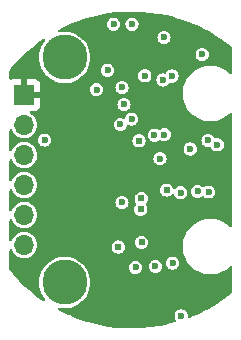
<source format=gbr>
%TF.GenerationSoftware,KiCad,Pcbnew,8.0.6-8.0.6-0~ubuntu24.04.1*%
%TF.CreationDate,2024-11-25T19:02:01-08:00*%
%TF.ProjectId,mag-encoder,6d61672d-656e-4636-9f64-65722e6b6963,4*%
%TF.SameCoordinates,Original*%
%TF.FileFunction,Copper,L3,Inr*%
%TF.FilePolarity,Positive*%
%FSLAX46Y46*%
G04 Gerber Fmt 4.6, Leading zero omitted, Abs format (unit mm)*
G04 Created by KiCad (PCBNEW 8.0.6-8.0.6-0~ubuntu24.04.1) date 2024-11-25 19:02:01*
%MOMM*%
%LPD*%
G01*
G04 APERTURE LIST*
%TA.AperFunction,ComponentPad*%
%ADD10C,3.810000*%
%TD*%
%TA.AperFunction,ComponentPad*%
%ADD11R,1.700000X1.700000*%
%TD*%
%TA.AperFunction,ComponentPad*%
%ADD12O,1.700000X1.700000*%
%TD*%
%TA.AperFunction,ViaPad*%
%ADD13C,0.600000*%
%TD*%
%TA.AperFunction,ViaPad*%
%ADD14C,0.609600*%
%TD*%
%TA.AperFunction,ViaPad*%
%ADD15C,0.500000*%
%TD*%
G04 APERTURE END LIST*
D10*
%TO.N,*%
%TO.C,H1*%
X224840800Y-114046000D03*
%TD*%
D11*
%TO.N,GND*%
%TO.C,J1*%
X221411800Y-117221000D03*
D12*
%TO.N,+3.3V*%
X221411800Y-119761000D03*
%TO.N,/CS*%
X221411800Y-122301000D03*
%TO.N,/MOSI*%
X221411800Y-124841000D03*
%TO.N,/MISO*%
X221411800Y-127381000D03*
%TO.N,/SCLK*%
X221411800Y-129921000D03*
%TD*%
D10*
%TO.N,*%
%TO.C,H2*%
X224840800Y-133096000D03*
%TD*%
D13*
%TO.N,+3.3V*%
X234696000Y-135939583D03*
X233248200Y-112344200D03*
D14*
X233464100Y-125260100D03*
X231317800Y-125984000D03*
D13*
X229857300Y-118021100D03*
X228463539Y-115122261D03*
%TO.N,GND*%
X229946200Y-115112800D03*
D14*
X226466400Y-117068600D03*
X232003600Y-122097800D03*
D13*
X228701600Y-135509000D03*
X234443344Y-118992046D03*
D15*
X232706800Y-118059200D03*
D13*
X232029000Y-135509000D03*
D15*
X231706800Y-118059200D03*
D13*
X238658400Y-127762000D03*
D14*
X233984800Y-121793000D03*
D13*
%TO.N,+5V*%
X230530400Y-111226600D03*
%TO.N,Net-(D4-A)*%
X232511600Y-131724400D03*
%TO.N,Net-(D1-K)*%
X228981000Y-111226600D03*
%TO.N,Net-(D3-A)*%
X230835200Y-131826000D03*
%TO.N,+5V_IN*%
X236474000Y-113792000D03*
X223139000Y-121031000D03*
%TO.N,Net-(C1-Pad1)*%
X229692200Y-116586000D03*
X233150883Y-115950999D03*
X233274839Y-120568637D03*
X230505000Y-119257800D03*
X236082570Y-125386858D03*
%TO.N,/A*%
X234645200Y-125501400D03*
%TO.N,/B*%
X237032800Y-125425200D03*
%TO.N,/PWM*%
X237744000Y-121437400D03*
%TO.N,Net-(D2-A)*%
X233984800Y-131449800D03*
%TO.N,Net-(D3-K)*%
X231622600Y-115595400D03*
D14*
%TO.N,Net-(U3-MGH)*%
X229368646Y-130086100D03*
D13*
X227545900Y-116776500D03*
D14*
X231343200Y-129692400D03*
%TO.N,/MISO*%
X231123451Y-121098347D03*
X231278250Y-126904864D03*
D13*
%TO.N,Net-(U3-A)*%
X229539800Y-119710200D03*
X229694099Y-126321418D03*
%TO.N,Net-(U3-PWM)*%
X232909286Y-122614514D03*
X236971960Y-121066440D03*
X233920500Y-115611177D03*
%TO.N,Net-(R3-Pad1)*%
X235458000Y-121793000D03*
X232435400Y-120624600D03*
%TD*%
%TA.AperFunction,Conductor*%
%TO.N,GND*%
G36*
X230652776Y-110157519D02*
G01*
X231362590Y-110181477D01*
X231369200Y-110181877D01*
X232076716Y-110243755D01*
X232083287Y-110244506D01*
X232786511Y-110344132D01*
X232793030Y-110345234D01*
X233489888Y-110482312D01*
X233496334Y-110483760D01*
X234184914Y-110657918D01*
X234191260Y-110659705D01*
X234869528Y-110870428D01*
X234875790Y-110872560D01*
X235541810Y-111119247D01*
X235547910Y-111121694D01*
X236199823Y-111403658D01*
X236205786Y-111406429D01*
X236817786Y-111710954D01*
X236841653Y-111722830D01*
X236847507Y-111725941D01*
X237445537Y-112064561D01*
X237465526Y-112075879D01*
X237471203Y-112079297D01*
X237659183Y-112199445D01*
X238069642Y-112461792D01*
X238075133Y-112465513D01*
X238652222Y-112879431D01*
X238657507Y-112883439D01*
X238987856Y-113148243D01*
X239027853Y-113205532D01*
X239034300Y-113244996D01*
X239034300Y-115345242D01*
X239014615Y-115412281D01*
X238961811Y-115458036D01*
X238892653Y-115467980D01*
X238829097Y-115438955D01*
X238822619Y-115432923D01*
X238721011Y-115331315D01*
X238721004Y-115331309D01*
X238478126Y-115144942D01*
X238478124Y-115144940D01*
X238478118Y-115144936D01*
X238478113Y-115144933D01*
X238478110Y-115144931D01*
X238212989Y-114991862D01*
X238212973Y-114991854D01*
X237930140Y-114874702D01*
X237810405Y-114842619D01*
X237634411Y-114795461D01*
X237634410Y-114795460D01*
X237634407Y-114795460D01*
X237330886Y-114755501D01*
X237330883Y-114755500D01*
X237330877Y-114755500D01*
X237024723Y-114755500D01*
X237024717Y-114755500D01*
X237024713Y-114755501D01*
X236721192Y-114795460D01*
X236425459Y-114874702D01*
X236142626Y-114991854D01*
X236142610Y-114991862D01*
X235877489Y-115144931D01*
X235877473Y-115144942D01*
X235634595Y-115331309D01*
X235634588Y-115331315D01*
X235418115Y-115547788D01*
X235418109Y-115547795D01*
X235231742Y-115790673D01*
X235231731Y-115790689D01*
X235078662Y-116055810D01*
X235078654Y-116055826D01*
X234961502Y-116338659D01*
X234882260Y-116634392D01*
X234842301Y-116937913D01*
X234842300Y-116937929D01*
X234842300Y-117244070D01*
X234842301Y-117244086D01*
X234873474Y-117480873D01*
X234882261Y-117547611D01*
X234934202Y-117741458D01*
X234961502Y-117843340D01*
X235078654Y-118126173D01*
X235078662Y-118126189D01*
X235231731Y-118391310D01*
X235231742Y-118391326D01*
X235418109Y-118634204D01*
X235418115Y-118634211D01*
X235634588Y-118850684D01*
X235634595Y-118850690D01*
X235667335Y-118875812D01*
X235877482Y-119037064D01*
X235877489Y-119037068D01*
X236142610Y-119190137D01*
X236142626Y-119190145D01*
X236425459Y-119307297D01*
X236425461Y-119307297D01*
X236425467Y-119307300D01*
X236721189Y-119386539D01*
X237024723Y-119426500D01*
X237024730Y-119426500D01*
X237330870Y-119426500D01*
X237330877Y-119426500D01*
X237634411Y-119386539D01*
X237930133Y-119307300D01*
X238049635Y-119257801D01*
X238212973Y-119190145D01*
X238212976Y-119190143D01*
X238212982Y-119190141D01*
X238478118Y-119037064D01*
X238721006Y-118850689D01*
X238771268Y-118800427D01*
X238822619Y-118749077D01*
X238883942Y-118715592D01*
X238953634Y-118720576D01*
X239009567Y-118762448D01*
X239033984Y-118827912D01*
X239034300Y-118836758D01*
X239034300Y-128305242D01*
X239014615Y-128372281D01*
X238961811Y-128418036D01*
X238892653Y-128427980D01*
X238829097Y-128398955D01*
X238822619Y-128392923D01*
X238721011Y-128291315D01*
X238721004Y-128291309D01*
X238478126Y-128104942D01*
X238478124Y-128104940D01*
X238478118Y-128104936D01*
X238478113Y-128104933D01*
X238478110Y-128104931D01*
X238212989Y-127951862D01*
X238212973Y-127951854D01*
X237930140Y-127834702D01*
X237785811Y-127796029D01*
X237634411Y-127755461D01*
X237634410Y-127755460D01*
X237634407Y-127755460D01*
X237330886Y-127715501D01*
X237330883Y-127715500D01*
X237330877Y-127715500D01*
X237024723Y-127715500D01*
X237024717Y-127715500D01*
X237024713Y-127715501D01*
X236721192Y-127755460D01*
X236425459Y-127834702D01*
X236142626Y-127951854D01*
X236142610Y-127951862D01*
X235877489Y-128104931D01*
X235877473Y-128104942D01*
X235634595Y-128291309D01*
X235634588Y-128291315D01*
X235418115Y-128507788D01*
X235418109Y-128507795D01*
X235231742Y-128750673D01*
X235231731Y-128750689D01*
X235078662Y-129015810D01*
X235078654Y-129015826D01*
X234961502Y-129298659D01*
X234882260Y-129594392D01*
X234842301Y-129897913D01*
X234842300Y-129897929D01*
X234842300Y-130204070D01*
X234842301Y-130204086D01*
X234882260Y-130507607D01*
X234961502Y-130803340D01*
X235078654Y-131086173D01*
X235078662Y-131086189D01*
X235231731Y-131351310D01*
X235231742Y-131351326D01*
X235418109Y-131594204D01*
X235418115Y-131594211D01*
X235634588Y-131810684D01*
X235634595Y-131810690D01*
X235679666Y-131845274D01*
X235877482Y-131997064D01*
X235877489Y-131997068D01*
X236142610Y-132150137D01*
X236142626Y-132150145D01*
X236425459Y-132267297D01*
X236425461Y-132267297D01*
X236425467Y-132267300D01*
X236721189Y-132346539D01*
X237024723Y-132386500D01*
X237024730Y-132386500D01*
X237330870Y-132386500D01*
X237330877Y-132386500D01*
X237634411Y-132346539D01*
X237930133Y-132267300D01*
X238040857Y-132221437D01*
X238212973Y-132150145D01*
X238212976Y-132150143D01*
X238212982Y-132150141D01*
X238478118Y-131997064D01*
X238721006Y-131810689D01*
X238743783Y-131787912D01*
X238822619Y-131709077D01*
X238883942Y-131675592D01*
X238953634Y-131680576D01*
X239009567Y-131722448D01*
X239033984Y-131787912D01*
X239034300Y-131796758D01*
X239034300Y-133896564D01*
X239014615Y-133963603D01*
X238987747Y-133993404D01*
X238657823Y-134257259D01*
X238652545Y-134261254D01*
X238075365Y-134674353D01*
X238069882Y-134678060D01*
X237471473Y-135059777D01*
X237465799Y-135063186D01*
X236847901Y-135412412D01*
X236842054Y-135415514D01*
X236206385Y-135731278D01*
X236200380Y-135734064D01*
X235548765Y-136015459D01*
X235542620Y-136017920D01*
X235422300Y-136062422D01*
X235352595Y-136067216D01*
X235291364Y-136033563D01*
X235258047Y-135972148D01*
X235255285Y-135946122D01*
X235255285Y-135939581D01*
X235236228Y-135794830D01*
X235236228Y-135794829D01*
X235180355Y-135659941D01*
X235091474Y-135544109D01*
X234975643Y-135455228D01*
X234975640Y-135455227D01*
X234975638Y-135455225D01*
X234840757Y-135399356D01*
X234840752Y-135399354D01*
X234696001Y-135380298D01*
X234695999Y-135380298D01*
X234551247Y-135399354D01*
X234551245Y-135399355D01*
X234416361Y-135455226D01*
X234300526Y-135544109D01*
X234211643Y-135659944D01*
X234155772Y-135794828D01*
X234155771Y-135794830D01*
X234136715Y-135939581D01*
X234136715Y-135939584D01*
X234155771Y-136084335D01*
X234155773Y-136084340D01*
X234211642Y-136219221D01*
X234211645Y-136219226D01*
X234259207Y-136281210D01*
X234284401Y-136346379D01*
X234270363Y-136414824D01*
X234221549Y-136464813D01*
X234197574Y-136475127D01*
X234192765Y-136476619D01*
X234186399Y-136478410D01*
X233498224Y-136652293D01*
X233491765Y-136653742D01*
X232795333Y-136790646D01*
X232788807Y-136791749D01*
X232086040Y-136891300D01*
X232079463Y-136892053D01*
X231372413Y-136953957D01*
X231365806Y-136954359D01*
X230656421Y-136978448D01*
X230649802Y-136978496D01*
X229940147Y-136964698D01*
X229933535Y-136964392D01*
X229225665Y-136912746D01*
X229219079Y-136912089D01*
X228514921Y-136822738D01*
X228508379Y-136821729D01*
X227810051Y-136694942D01*
X227803572Y-136693587D01*
X227112949Y-136529703D01*
X227106552Y-136528003D01*
X226425687Y-136327508D01*
X226419389Y-136325469D01*
X225750198Y-136088930D01*
X225744019Y-136086559D01*
X225265283Y-135888007D01*
X225088385Y-135814640D01*
X225082356Y-135811949D01*
X224442147Y-135505424D01*
X224436280Y-135502419D01*
X224338282Y-135448893D01*
X224288884Y-135399482D01*
X224274041Y-135331207D01*
X224298466Y-135265746D01*
X224354405Y-135223882D01*
X224414606Y-135217224D01*
X224640374Y-135248255D01*
X224693085Y-135255500D01*
X224693086Y-135255500D01*
X224988515Y-135255500D01*
X225020068Y-135251163D01*
X225281190Y-135215273D01*
X225565662Y-135135567D01*
X225836632Y-135017868D01*
X226089051Y-134864369D01*
X226318218Y-134677928D01*
X226519863Y-134462019D01*
X226690230Y-134220663D01*
X226826146Y-133958357D01*
X226925079Y-133679988D01*
X226985185Y-133390739D01*
X227005346Y-133096000D01*
X226985185Y-132801261D01*
X226925079Y-132512012D01*
X226826147Y-132233646D01*
X226826148Y-132233646D01*
X226690229Y-131971335D01*
X226690225Y-131971329D01*
X226587640Y-131825998D01*
X230275915Y-131825998D01*
X230275915Y-131826001D01*
X230294971Y-131970752D01*
X230294973Y-131970757D01*
X230350842Y-132105638D01*
X230350845Y-132105644D01*
X230439725Y-132221473D01*
X230439726Y-132221474D01*
X230555555Y-132310354D01*
X230555561Y-132310357D01*
X230623001Y-132338291D01*
X230690446Y-132366228D01*
X230762823Y-132375756D01*
X230835199Y-132385285D01*
X230835200Y-132385285D01*
X230835201Y-132385285D01*
X230883451Y-132378932D01*
X230979954Y-132366228D01*
X231114843Y-132310355D01*
X231230674Y-132221474D01*
X231319555Y-132105643D01*
X231375428Y-131970754D01*
X231394485Y-131826000D01*
X231392469Y-131810690D01*
X231381109Y-131724398D01*
X231952315Y-131724398D01*
X231952315Y-131724401D01*
X231971371Y-131869152D01*
X231971373Y-131869157D01*
X232027242Y-132004038D01*
X232027245Y-132004044D01*
X232116125Y-132119873D01*
X232116126Y-132119874D01*
X232231955Y-132208754D01*
X232231961Y-132208757D01*
X232262663Y-132221474D01*
X232366846Y-132264628D01*
X232439223Y-132274156D01*
X232511599Y-132283685D01*
X232511600Y-132283685D01*
X232511601Y-132283685D01*
X232559851Y-132277332D01*
X232656354Y-132264628D01*
X232791243Y-132208755D01*
X232907074Y-132119874D01*
X232995955Y-132004043D01*
X233051828Y-131869154D01*
X233070885Y-131724400D01*
X233064459Y-131675592D01*
X233053745Y-131594206D01*
X233051828Y-131579646D01*
X232998043Y-131449798D01*
X233425515Y-131449798D01*
X233425515Y-131449801D01*
X233444571Y-131594552D01*
X233444573Y-131594557D01*
X233500442Y-131729438D01*
X233500445Y-131729444D01*
X233589325Y-131845273D01*
X233589326Y-131845274D01*
X233705155Y-131934154D01*
X233705161Y-131934157D01*
X233772601Y-131962091D01*
X233840046Y-131990028D01*
X233893521Y-131997068D01*
X233984799Y-132009085D01*
X233984800Y-132009085D01*
X233984801Y-132009085D01*
X234033051Y-132002732D01*
X234129554Y-131990028D01*
X234264443Y-131934155D01*
X234380274Y-131845274D01*
X234469155Y-131729443D01*
X234525028Y-131594554D01*
X234544085Y-131449800D01*
X234541547Y-131430524D01*
X234528172Y-131328926D01*
X234525028Y-131305046D01*
X234469155Y-131170158D01*
X234380274Y-131054326D01*
X234264443Y-130965445D01*
X234264440Y-130965444D01*
X234264438Y-130965442D01*
X234129557Y-130909573D01*
X234129552Y-130909571D01*
X233984801Y-130890515D01*
X233984799Y-130890515D01*
X233840047Y-130909571D01*
X233840045Y-130909572D01*
X233705161Y-130965443D01*
X233705158Y-130965444D01*
X233705158Y-130965445D01*
X233675910Y-130987888D01*
X233589326Y-131054326D01*
X233500443Y-131170161D01*
X233444572Y-131305045D01*
X233444571Y-131305047D01*
X233425515Y-131449798D01*
X232998043Y-131449798D01*
X232995955Y-131444758D01*
X232907074Y-131328926D01*
X232791243Y-131240045D01*
X232791240Y-131240044D01*
X232791238Y-131240042D01*
X232656357Y-131184173D01*
X232656352Y-131184171D01*
X232511601Y-131165115D01*
X232511599Y-131165115D01*
X232366847Y-131184171D01*
X232366845Y-131184172D01*
X232231961Y-131240043D01*
X232231958Y-131240044D01*
X232231958Y-131240045D01*
X232172364Y-131285773D01*
X232116126Y-131328926D01*
X232027243Y-131444761D01*
X231971372Y-131579645D01*
X231971371Y-131579647D01*
X231952315Y-131724398D01*
X231381109Y-131724398D01*
X231375428Y-131681247D01*
X231375428Y-131681246D01*
X231319555Y-131546358D01*
X231230674Y-131430526D01*
X231114843Y-131341645D01*
X231114840Y-131341644D01*
X231114838Y-131341642D01*
X230979957Y-131285773D01*
X230979952Y-131285771D01*
X230835201Y-131266715D01*
X230835199Y-131266715D01*
X230690447Y-131285771D01*
X230690445Y-131285772D01*
X230555561Y-131341643D01*
X230555558Y-131341644D01*
X230555558Y-131341645D01*
X230439729Y-131430524D01*
X230439726Y-131430526D01*
X230350843Y-131546361D01*
X230294972Y-131681245D01*
X230294971Y-131681247D01*
X230275915Y-131825998D01*
X226587640Y-131825998D01*
X226519865Y-131729983D01*
X226318214Y-131514068D01*
X226089057Y-131327635D01*
X226089046Y-131327628D01*
X225836630Y-131174130D01*
X225565665Y-131056434D01*
X225565663Y-131056433D01*
X225565662Y-131056433D01*
X225455262Y-131025500D01*
X225281195Y-130976728D01*
X225281191Y-130976727D01*
X225281190Y-130976727D01*
X225134852Y-130956613D01*
X224988515Y-130936500D01*
X224988514Y-130936500D01*
X224693086Y-130936500D01*
X224693085Y-130936500D01*
X224400410Y-130976727D01*
X224400404Y-130976728D01*
X224115934Y-131056434D01*
X223844969Y-131174130D01*
X223592553Y-131327628D01*
X223592542Y-131327635D01*
X223363385Y-131514068D01*
X223161734Y-131729983D01*
X222991374Y-131971329D01*
X222991370Y-131971335D01*
X222855452Y-132233646D01*
X222756522Y-132512006D01*
X222756521Y-132512009D01*
X222696414Y-132801266D01*
X222676254Y-133096000D01*
X222696414Y-133390733D01*
X222756521Y-133679990D01*
X222756522Y-133679993D01*
X222855452Y-133958353D01*
X222855451Y-133958353D01*
X222991370Y-134220664D01*
X222991374Y-134220670D01*
X223164179Y-134465480D01*
X223162678Y-134466539D01*
X223186796Y-134524024D01*
X223174703Y-134592840D01*
X223127326Y-134644193D01*
X223059706Y-134661780D01*
X222993312Y-134640017D01*
X222993189Y-134639932D01*
X222615105Y-134377537D01*
X222609799Y-134373641D01*
X222527583Y-134309822D01*
X222412723Y-134220663D01*
X222049095Y-133938400D01*
X222043977Y-133934203D01*
X221507332Y-133469693D01*
X221502445Y-133465229D01*
X220991325Y-132972721D01*
X220986693Y-132968013D01*
X220502583Y-132448933D01*
X220498204Y-132443978D01*
X220469421Y-132409609D01*
X220179334Y-132063218D01*
X220151383Y-131999183D01*
X220150400Y-131983628D01*
X220150398Y-131970752D01*
X220150094Y-130392303D01*
X220169766Y-130325263D01*
X220222561Y-130279498D01*
X220291717Y-130269541D01*
X220355279Y-130298553D01*
X220385094Y-130337010D01*
X220468712Y-130504935D01*
X220592069Y-130668287D01*
X220743337Y-130806185D01*
X220743339Y-130806187D01*
X220917369Y-130913942D01*
X220917375Y-130913945D01*
X220957810Y-130929609D01*
X221108244Y-130987888D01*
X221309453Y-131025500D01*
X221309456Y-131025500D01*
X221514144Y-131025500D01*
X221514147Y-131025500D01*
X221715356Y-130987888D01*
X221906227Y-130913944D01*
X222080262Y-130806186D01*
X222231532Y-130668285D01*
X222354888Y-130504935D01*
X222446128Y-130321701D01*
X222502145Y-130124821D01*
X222505733Y-130086098D01*
X228804520Y-130086098D01*
X228804520Y-130086101D01*
X228823741Y-130232105D01*
X228823742Y-130232107D01*
X228860853Y-130321701D01*
X228880099Y-130368163D01*
X228969749Y-130484997D01*
X229086583Y-130574647D01*
X229222639Y-130631004D01*
X229295642Y-130640615D01*
X229368645Y-130650226D01*
X229368646Y-130650226D01*
X229368647Y-130650226D01*
X229417315Y-130643818D01*
X229514653Y-130631004D01*
X229650709Y-130574647D01*
X229767543Y-130484997D01*
X229857193Y-130368163D01*
X229913550Y-130232107D01*
X229932772Y-130086100D01*
X229913550Y-129940093D01*
X229857193Y-129804037D01*
X229771529Y-129692398D01*
X230779074Y-129692398D01*
X230779074Y-129692401D01*
X230798295Y-129838405D01*
X230798296Y-129838407D01*
X230840416Y-129940094D01*
X230854653Y-129974463D01*
X230944303Y-130091297D01*
X231061137Y-130180947D01*
X231197193Y-130237304D01*
X231270196Y-130246915D01*
X231343199Y-130256526D01*
X231343200Y-130256526D01*
X231343201Y-130256526D01*
X231391869Y-130250118D01*
X231489207Y-130237304D01*
X231625263Y-130180947D01*
X231742097Y-130091297D01*
X231831747Y-129974463D01*
X231888104Y-129838407D01*
X231907326Y-129692400D01*
X231888104Y-129546393D01*
X231831747Y-129410337D01*
X231742097Y-129293503D01*
X231625263Y-129203853D01*
X231625259Y-129203851D01*
X231489207Y-129147496D01*
X231489205Y-129147495D01*
X231343201Y-129128274D01*
X231343199Y-129128274D01*
X231197194Y-129147495D01*
X231197192Y-129147496D01*
X231061140Y-129203851D01*
X231061137Y-129203852D01*
X231061137Y-129203853D01*
X230944303Y-129293503D01*
X230910878Y-129337064D01*
X230854651Y-129410340D01*
X230798296Y-129546392D01*
X230798295Y-129546394D01*
X230779074Y-129692398D01*
X229771529Y-129692398D01*
X229767543Y-129687203D01*
X229650709Y-129597553D01*
X229650705Y-129597551D01*
X229514653Y-129541196D01*
X229514651Y-129541195D01*
X229368647Y-129521974D01*
X229368645Y-129521974D01*
X229222640Y-129541195D01*
X229222638Y-129541196D01*
X229086586Y-129597551D01*
X228969749Y-129687203D01*
X228880097Y-129804040D01*
X228823742Y-129940092D01*
X228823741Y-129940094D01*
X228804520Y-130086098D01*
X222505733Y-130086098D01*
X222521032Y-129921000D01*
X222502145Y-129717179D01*
X222446128Y-129520299D01*
X222354888Y-129337065D01*
X222231532Y-129173715D01*
X222231530Y-129173712D01*
X222080262Y-129035814D01*
X222080260Y-129035812D01*
X221906230Y-128928057D01*
X221906224Y-128928054D01*
X221755793Y-128869777D01*
X221715356Y-128854112D01*
X221514147Y-128816500D01*
X221309453Y-128816500D01*
X221108244Y-128854112D01*
X221108241Y-128854112D01*
X221108241Y-128854113D01*
X220917375Y-128928054D01*
X220917369Y-128928057D01*
X220743339Y-129035812D01*
X220743337Y-129035814D01*
X220592069Y-129173712D01*
X220468712Y-129337064D01*
X220384913Y-129505353D01*
X220337410Y-129556590D01*
X220269746Y-129574011D01*
X220203406Y-129552085D01*
X220159451Y-129497773D01*
X220149913Y-129450108D01*
X220149606Y-127851323D01*
X220169278Y-127784282D01*
X220222073Y-127738517D01*
X220291229Y-127728560D01*
X220354791Y-127757572D01*
X220384606Y-127796029D01*
X220468712Y-127964935D01*
X220592069Y-128128287D01*
X220743337Y-128266185D01*
X220743339Y-128266187D01*
X220917369Y-128373942D01*
X220917375Y-128373945D01*
X220957810Y-128389609D01*
X221108244Y-128447888D01*
X221309453Y-128485500D01*
X221309456Y-128485500D01*
X221514144Y-128485500D01*
X221514147Y-128485500D01*
X221715356Y-128447888D01*
X221906227Y-128373944D01*
X222080262Y-128266186D01*
X222231532Y-128128285D01*
X222354888Y-127964935D01*
X222446128Y-127781701D01*
X222502145Y-127584821D01*
X222521032Y-127381000D01*
X222502145Y-127177179D01*
X222446128Y-126980299D01*
X222408565Y-126904862D01*
X230714124Y-126904862D01*
X230714124Y-126904865D01*
X230733345Y-127050869D01*
X230733346Y-127050871D01*
X230789703Y-127186927D01*
X230879353Y-127303761D01*
X230996187Y-127393411D01*
X231132243Y-127449768D01*
X231205246Y-127459379D01*
X231278249Y-127468990D01*
X231278250Y-127468990D01*
X231278251Y-127468990D01*
X231326919Y-127462582D01*
X231424257Y-127449768D01*
X231560313Y-127393411D01*
X231677147Y-127303761D01*
X231766797Y-127186927D01*
X231823154Y-127050871D01*
X231842376Y-126904864D01*
X231823154Y-126758857D01*
X231766797Y-126622801D01*
X231707082Y-126544980D01*
X231681890Y-126479814D01*
X231695928Y-126411369D01*
X231712044Y-126389570D01*
X231711749Y-126389344D01*
X231716694Y-126382899D01*
X231716697Y-126382897D01*
X231806347Y-126266063D01*
X231862704Y-126130007D01*
X231881926Y-125984000D01*
X231876857Y-125945500D01*
X231862704Y-125837994D01*
X231862704Y-125837993D01*
X231806347Y-125701937D01*
X231716697Y-125585103D01*
X231599863Y-125495453D01*
X231599859Y-125495451D01*
X231463807Y-125439096D01*
X231463805Y-125439095D01*
X231317801Y-125419874D01*
X231317799Y-125419874D01*
X231171794Y-125439095D01*
X231171792Y-125439096D01*
X231035740Y-125495451D01*
X231035737Y-125495452D01*
X231035737Y-125495453D01*
X230918903Y-125585103D01*
X230872059Y-125646152D01*
X230829251Y-125701940D01*
X230772896Y-125837992D01*
X230772895Y-125837994D01*
X230753674Y-125983998D01*
X230753674Y-125984001D01*
X230772895Y-126130005D01*
X230772896Y-126130007D01*
X230829253Y-126266063D01*
X230888965Y-126343882D01*
X230914159Y-126409050D01*
X230900121Y-126477494D01*
X230884006Y-126499294D01*
X230884301Y-126499520D01*
X230879355Y-126505965D01*
X230879353Y-126505967D01*
X230806389Y-126601056D01*
X230789701Y-126622804D01*
X230733346Y-126758856D01*
X230733345Y-126758858D01*
X230714124Y-126904862D01*
X222408565Y-126904862D01*
X222354888Y-126797065D01*
X222231532Y-126633715D01*
X222231530Y-126633712D01*
X222080262Y-126495814D01*
X222080260Y-126495812D01*
X221906230Y-126388057D01*
X221906224Y-126388054D01*
X221734215Y-126321418D01*
X221734210Y-126321416D01*
X229134814Y-126321416D01*
X229134814Y-126321419D01*
X229153870Y-126466170D01*
X229153872Y-126466175D01*
X229209741Y-126601056D01*
X229209744Y-126601062D01*
X229298624Y-126716891D01*
X229298625Y-126716892D01*
X229414454Y-126805772D01*
X229414460Y-126805775D01*
X229481900Y-126833709D01*
X229549345Y-126861646D01*
X229621722Y-126871174D01*
X229694098Y-126880703D01*
X229694099Y-126880703D01*
X229694100Y-126880703D01*
X229742350Y-126874350D01*
X229838853Y-126861646D01*
X229973742Y-126805773D01*
X230089573Y-126716892D01*
X230178454Y-126601061D01*
X230234327Y-126466172D01*
X230253384Y-126321418D01*
X230252422Y-126314113D01*
X230234327Y-126176665D01*
X230234327Y-126176664D01*
X230178454Y-126041776D01*
X230089573Y-125925944D01*
X229973742Y-125837063D01*
X229973739Y-125837062D01*
X229973737Y-125837060D01*
X229838856Y-125781191D01*
X229838851Y-125781189D01*
X229694100Y-125762133D01*
X229694098Y-125762133D01*
X229549346Y-125781189D01*
X229549344Y-125781190D01*
X229414460Y-125837061D01*
X229414457Y-125837062D01*
X229414457Y-125837063D01*
X229298625Y-125925944D01*
X229252731Y-125985755D01*
X229209742Y-126041779D01*
X229153871Y-126176663D01*
X229153870Y-126176665D01*
X229134814Y-126321416D01*
X221734210Y-126321416D01*
X221715356Y-126314112D01*
X221514147Y-126276500D01*
X221309453Y-126276500D01*
X221108244Y-126314112D01*
X221108241Y-126314112D01*
X221108241Y-126314113D01*
X220917375Y-126388054D01*
X220917369Y-126388057D01*
X220743339Y-126495812D01*
X220743337Y-126495814D01*
X220592069Y-126633712D01*
X220468712Y-126797064D01*
X220384425Y-126966333D01*
X220336922Y-127017570D01*
X220269258Y-127034991D01*
X220202918Y-127013065D01*
X220158963Y-126958753D01*
X220149425Y-126911089D01*
X220149118Y-125310343D01*
X220168790Y-125243301D01*
X220221585Y-125197536D01*
X220290742Y-125187579D01*
X220354303Y-125216591D01*
X220384118Y-125255048D01*
X220468712Y-125424935D01*
X220592069Y-125588287D01*
X220743337Y-125726185D01*
X220743339Y-125726187D01*
X220917369Y-125833942D01*
X220917375Y-125833945D01*
X220927827Y-125837994D01*
X221108244Y-125907888D01*
X221309453Y-125945500D01*
X221309456Y-125945500D01*
X221514144Y-125945500D01*
X221514147Y-125945500D01*
X221715356Y-125907888D01*
X221906227Y-125833944D01*
X222080262Y-125726186D01*
X222231532Y-125588285D01*
X222354888Y-125424935D01*
X222436967Y-125260098D01*
X232899974Y-125260098D01*
X232899974Y-125260101D01*
X232919195Y-125406105D01*
X232919196Y-125406107D01*
X232971183Y-125531615D01*
X232975553Y-125542163D01*
X233065203Y-125658997D01*
X233182037Y-125748647D01*
X233318093Y-125805004D01*
X233391096Y-125814615D01*
X233464099Y-125824226D01*
X233464100Y-125824226D01*
X233464101Y-125824226D01*
X233512769Y-125817818D01*
X233610107Y-125805004D01*
X233746163Y-125748647D01*
X233862997Y-125658997D01*
X233892851Y-125620089D01*
X233949279Y-125578887D01*
X234019025Y-125574732D01*
X234079945Y-125608944D01*
X234105788Y-125648124D01*
X234160842Y-125781038D01*
X234160845Y-125781044D01*
X234249725Y-125896873D01*
X234249726Y-125896874D01*
X234365555Y-125985754D01*
X234365561Y-125985757D01*
X234433001Y-126013691D01*
X234500446Y-126041628D01*
X234572823Y-126051156D01*
X234645199Y-126060685D01*
X234645200Y-126060685D01*
X234645201Y-126060685D01*
X234693451Y-126054332D01*
X234789954Y-126041628D01*
X234924843Y-125985755D01*
X235040674Y-125896874D01*
X235129555Y-125781043D01*
X235185428Y-125646154D01*
X235204485Y-125501400D01*
X235196282Y-125439095D01*
X235189405Y-125386856D01*
X235523285Y-125386856D01*
X235523285Y-125386859D01*
X235542341Y-125531610D01*
X235542343Y-125531615D01*
X235598212Y-125666496D01*
X235598215Y-125666502D01*
X235687095Y-125782331D01*
X235687096Y-125782332D01*
X235802925Y-125871212D01*
X235802931Y-125871215D01*
X235864878Y-125896874D01*
X235937816Y-125927086D01*
X236010193Y-125936614D01*
X236082569Y-125946143D01*
X236082570Y-125946143D01*
X236082571Y-125946143D01*
X236130821Y-125939790D01*
X236227324Y-125927086D01*
X236362213Y-125871213D01*
X236461403Y-125795100D01*
X236526572Y-125769906D01*
X236595017Y-125783944D01*
X236635262Y-125817984D01*
X236637326Y-125820674D01*
X236753155Y-125909554D01*
X236753161Y-125909557D01*
X236795480Y-125927086D01*
X236888046Y-125965428D01*
X236960423Y-125974956D01*
X237032799Y-125984485D01*
X237032800Y-125984485D01*
X237032801Y-125984485D01*
X237081051Y-125978132D01*
X237177554Y-125965428D01*
X237312443Y-125909555D01*
X237428274Y-125820674D01*
X237517155Y-125704843D01*
X237573028Y-125569954D01*
X237592085Y-125425200D01*
X237589571Y-125406107D01*
X237573028Y-125280447D01*
X237573028Y-125280446D01*
X237517155Y-125145558D01*
X237428274Y-125029726D01*
X237312443Y-124940845D01*
X237312440Y-124940844D01*
X237312438Y-124940842D01*
X237177557Y-124884973D01*
X237177552Y-124884971D01*
X237032801Y-124865915D01*
X237032799Y-124865915D01*
X236888047Y-124884971D01*
X236888045Y-124884972D01*
X236753160Y-124940843D01*
X236753157Y-124940845D01*
X236653965Y-125016958D01*
X236588796Y-125042152D01*
X236520351Y-125028114D01*
X236480104Y-124994068D01*
X236478044Y-124991384D01*
X236362213Y-124902503D01*
X236362210Y-124902502D01*
X236362208Y-124902500D01*
X236227327Y-124846631D01*
X236227322Y-124846629D01*
X236082571Y-124827573D01*
X236082569Y-124827573D01*
X235937817Y-124846629D01*
X235937815Y-124846630D01*
X235802931Y-124902501D01*
X235802928Y-124902502D01*
X235802928Y-124902503D01*
X235687096Y-124991384D01*
X235599204Y-125105928D01*
X235598213Y-125107219D01*
X235542342Y-125242103D01*
X235542341Y-125242105D01*
X235523285Y-125386856D01*
X235189405Y-125386856D01*
X235185428Y-125356647D01*
X235185428Y-125356646D01*
X235129555Y-125221758D01*
X235040674Y-125105926D01*
X234924843Y-125017045D01*
X234924840Y-125017044D01*
X234924838Y-125017042D01*
X234789957Y-124961173D01*
X234789952Y-124961171D01*
X234645201Y-124942115D01*
X234645199Y-124942115D01*
X234500447Y-124961171D01*
X234500445Y-124961172D01*
X234365561Y-125017043D01*
X234365558Y-125017044D01*
X234365558Y-125017045D01*
X234349032Y-125029726D01*
X234249723Y-125105928D01*
X234221942Y-125142134D01*
X234165514Y-125183337D01*
X234095768Y-125187491D01*
X234034848Y-125153278D01*
X234009006Y-125114099D01*
X234009003Y-125114092D01*
X233952649Y-124978041D01*
X233952649Y-124978040D01*
X233952647Y-124978037D01*
X233862997Y-124861203D01*
X233746163Y-124771553D01*
X233746159Y-124771551D01*
X233610107Y-124715196D01*
X233610105Y-124715195D01*
X233464101Y-124695974D01*
X233464099Y-124695974D01*
X233318094Y-124715195D01*
X233318092Y-124715196D01*
X233182040Y-124771551D01*
X233182037Y-124771552D01*
X233182037Y-124771553D01*
X233065203Y-124861203D01*
X233004092Y-124940845D01*
X232975551Y-124978040D01*
X232919196Y-125114092D01*
X232919195Y-125114094D01*
X232899974Y-125260098D01*
X222436967Y-125260098D01*
X222446128Y-125241701D01*
X222502145Y-125044821D01*
X222521032Y-124841000D01*
X222502145Y-124637179D01*
X222446128Y-124440299D01*
X222354888Y-124257065D01*
X222231532Y-124093715D01*
X222231530Y-124093712D01*
X222080262Y-123955814D01*
X222080260Y-123955812D01*
X221906230Y-123848057D01*
X221906224Y-123848054D01*
X221755793Y-123789777D01*
X221715356Y-123774112D01*
X221514147Y-123736500D01*
X221309453Y-123736500D01*
X221108244Y-123774112D01*
X221108241Y-123774112D01*
X221108241Y-123774113D01*
X220917375Y-123848054D01*
X220917369Y-123848057D01*
X220743339Y-123955812D01*
X220743337Y-123955814D01*
X220592069Y-124093712D01*
X220468712Y-124257064D01*
X220383937Y-124427313D01*
X220336433Y-124478550D01*
X220268770Y-124495971D01*
X220202430Y-124474045D01*
X220158475Y-124419733D01*
X220148938Y-124372070D01*
X220148630Y-122769360D01*
X220168301Y-122702321D01*
X220221096Y-122656556D01*
X220290252Y-122646599D01*
X220353814Y-122675611D01*
X220383629Y-122714068D01*
X220468712Y-122884935D01*
X220592069Y-123048287D01*
X220743337Y-123186185D01*
X220743339Y-123186187D01*
X220917369Y-123293942D01*
X220917375Y-123293945D01*
X220957810Y-123309609D01*
X221108244Y-123367888D01*
X221309453Y-123405500D01*
X221309456Y-123405500D01*
X221514144Y-123405500D01*
X221514147Y-123405500D01*
X221715356Y-123367888D01*
X221906227Y-123293944D01*
X222080262Y-123186186D01*
X222231532Y-123048285D01*
X222354888Y-122884935D01*
X222446128Y-122701701D01*
X222470935Y-122614512D01*
X232350001Y-122614512D01*
X232350001Y-122614515D01*
X232369057Y-122759266D01*
X232369059Y-122759271D01*
X232424928Y-122894152D01*
X232424931Y-122894158D01*
X232513811Y-123009987D01*
X232513812Y-123009988D01*
X232629641Y-123098868D01*
X232629647Y-123098871D01*
X232697087Y-123126805D01*
X232764532Y-123154742D01*
X232836909Y-123164270D01*
X232909285Y-123173799D01*
X232909286Y-123173799D01*
X232909287Y-123173799D01*
X232957537Y-123167446D01*
X233054040Y-123154742D01*
X233188929Y-123098869D01*
X233304760Y-123009988D01*
X233393641Y-122894157D01*
X233449514Y-122759268D01*
X233468571Y-122614514D01*
X233449514Y-122469760D01*
X233393641Y-122334872D01*
X233304760Y-122219040D01*
X233188929Y-122130159D01*
X233188926Y-122130158D01*
X233188924Y-122130156D01*
X233054043Y-122074287D01*
X233054038Y-122074285D01*
X232909287Y-122055229D01*
X232909285Y-122055229D01*
X232764533Y-122074285D01*
X232764531Y-122074286D01*
X232629647Y-122130157D01*
X232629644Y-122130158D01*
X232629644Y-122130159D01*
X232513812Y-122219040D01*
X232426193Y-122333228D01*
X232424929Y-122334875D01*
X232369058Y-122469759D01*
X232369057Y-122469761D01*
X232350001Y-122614512D01*
X222470935Y-122614512D01*
X222502145Y-122504821D01*
X222521032Y-122301000D01*
X222502145Y-122097179D01*
X222446128Y-121900299D01*
X222392698Y-121792998D01*
X234898715Y-121792998D01*
X234898715Y-121793001D01*
X234917771Y-121937752D01*
X234917773Y-121937757D01*
X234973642Y-122072638D01*
X234973645Y-122072644D01*
X235062525Y-122188473D01*
X235062526Y-122188474D01*
X235178355Y-122277354D01*
X235178361Y-122277357D01*
X235235441Y-122301000D01*
X235313246Y-122333228D01*
X235385623Y-122342756D01*
X235457999Y-122352285D01*
X235458000Y-122352285D01*
X235458001Y-122352285D01*
X235506251Y-122345932D01*
X235602754Y-122333228D01*
X235737643Y-122277355D01*
X235853474Y-122188474D01*
X235942355Y-122072643D01*
X235998228Y-121937754D01*
X236017285Y-121793000D01*
X235998228Y-121648246D01*
X235942355Y-121513358D01*
X235853474Y-121397526D01*
X235737643Y-121308645D01*
X235737640Y-121308644D01*
X235737638Y-121308642D01*
X235602757Y-121252773D01*
X235602752Y-121252771D01*
X235458001Y-121233715D01*
X235457999Y-121233715D01*
X235313247Y-121252771D01*
X235313245Y-121252772D01*
X235178361Y-121308643D01*
X235178358Y-121308644D01*
X235178358Y-121308645D01*
X235062526Y-121397526D01*
X234986011Y-121497243D01*
X234973643Y-121513361D01*
X234917772Y-121648245D01*
X234917771Y-121648247D01*
X234898715Y-121792998D01*
X222392698Y-121792998D01*
X222354888Y-121717065D01*
X222285911Y-121625725D01*
X222231530Y-121553712D01*
X222080262Y-121415814D01*
X222080260Y-121415812D01*
X221906230Y-121308057D01*
X221906224Y-121308054D01*
X221755793Y-121249777D01*
X221715356Y-121234112D01*
X221514147Y-121196500D01*
X221309453Y-121196500D01*
X221108244Y-121234112D01*
X221108241Y-121234112D01*
X221108241Y-121234113D01*
X220917375Y-121308054D01*
X220917369Y-121308057D01*
X220743339Y-121415812D01*
X220743337Y-121415814D01*
X220592069Y-121553712D01*
X220468713Y-121717062D01*
X220383449Y-121888293D01*
X220335945Y-121939529D01*
X220268282Y-121956950D01*
X220201942Y-121935024D01*
X220157987Y-121880712D01*
X220148450Y-121833050D01*
X220148296Y-121030998D01*
X222579715Y-121030998D01*
X222579715Y-121031001D01*
X222598771Y-121175752D01*
X222598773Y-121175757D01*
X222654642Y-121310638D01*
X222654645Y-121310644D01*
X222743525Y-121426473D01*
X222743526Y-121426474D01*
X222859355Y-121515354D01*
X222859361Y-121515357D01*
X222926801Y-121543291D01*
X222994246Y-121571228D01*
X223066623Y-121580756D01*
X223138999Y-121590285D01*
X223139000Y-121590285D01*
X223139001Y-121590285D01*
X223200777Y-121582152D01*
X223283754Y-121571228D01*
X223418643Y-121515355D01*
X223534474Y-121426474D01*
X223623355Y-121310643D01*
X223679228Y-121175754D01*
X223689419Y-121098345D01*
X230559325Y-121098345D01*
X230559325Y-121098348D01*
X230578546Y-121244352D01*
X230578547Y-121244354D01*
X230620685Y-121346084D01*
X230634904Y-121380410D01*
X230724554Y-121497244D01*
X230841388Y-121586894D01*
X230977444Y-121643251D01*
X231015393Y-121648247D01*
X231123450Y-121662473D01*
X231123451Y-121662473D01*
X231123452Y-121662473D01*
X231172120Y-121656065D01*
X231269458Y-121643251D01*
X231405514Y-121586894D01*
X231522348Y-121497244D01*
X231611998Y-121380410D01*
X231668355Y-121244354D01*
X231686180Y-121108957D01*
X231687577Y-121098348D01*
X231687577Y-121098345D01*
X231669905Y-120964111D01*
X231668355Y-120952340D01*
X231611998Y-120816284D01*
X231522348Y-120699450D01*
X231424799Y-120624598D01*
X231876115Y-120624598D01*
X231876115Y-120624601D01*
X231895171Y-120769352D01*
X231895173Y-120769357D01*
X231951042Y-120904238D01*
X231951045Y-120904244D01*
X232039925Y-121020073D01*
X232039926Y-121020074D01*
X232155755Y-121108954D01*
X232155761Y-121108957D01*
X232201547Y-121127922D01*
X232290646Y-121164828D01*
X232363023Y-121174356D01*
X232435399Y-121183885D01*
X232435400Y-121183885D01*
X232435401Y-121183885D01*
X232497177Y-121175752D01*
X232580154Y-121164828D01*
X232715043Y-121108955D01*
X232816098Y-121031411D01*
X232881267Y-121006217D01*
X232949712Y-121020255D01*
X232967071Y-121031411D01*
X232980772Y-121041924D01*
X232995196Y-121052992D01*
X232995198Y-121052992D01*
X232995200Y-121052994D01*
X233062640Y-121080928D01*
X233130085Y-121108865D01*
X233202462Y-121118393D01*
X233274838Y-121127922D01*
X233274839Y-121127922D01*
X233274840Y-121127922D01*
X233323090Y-121121569D01*
X233419593Y-121108865D01*
X233522021Y-121066438D01*
X236412675Y-121066438D01*
X236412675Y-121066441D01*
X236431731Y-121211192D01*
X236431733Y-121211197D01*
X236487602Y-121346078D01*
X236487605Y-121346084D01*
X236576485Y-121461913D01*
X236576486Y-121461914D01*
X236692315Y-121550794D01*
X236692321Y-121550797D01*
X236741646Y-121571228D01*
X236827206Y-121606668D01*
X236899583Y-121616196D01*
X236971959Y-121625725D01*
X236971960Y-121625725D01*
X237114567Y-121606950D01*
X237183598Y-121617715D01*
X237235854Y-121664095D01*
X237245310Y-121682436D01*
X237259643Y-121717040D01*
X237259645Y-121717044D01*
X237348525Y-121832873D01*
X237348526Y-121832874D01*
X237464355Y-121921754D01*
X237464361Y-121921757D01*
X237496391Y-121935024D01*
X237599246Y-121977628D01*
X237671623Y-121987156D01*
X237743999Y-121996685D01*
X237744000Y-121996685D01*
X237744001Y-121996685D01*
X237792251Y-121990332D01*
X237888754Y-121977628D01*
X238023643Y-121921755D01*
X238139474Y-121832874D01*
X238228355Y-121717043D01*
X238284228Y-121582154D01*
X238303285Y-121437400D01*
X238301846Y-121426473D01*
X238284228Y-121292647D01*
X238284228Y-121292646D01*
X238228355Y-121157758D01*
X238139474Y-121041926D01*
X238023643Y-120953045D01*
X238023640Y-120953044D01*
X238023638Y-120953042D01*
X237888757Y-120897173D01*
X237888752Y-120897171D01*
X237744001Y-120878115D01*
X237743999Y-120878115D01*
X237601395Y-120896889D01*
X237532360Y-120886123D01*
X237480104Y-120839743D01*
X237470649Y-120821402D01*
X237456317Y-120786802D01*
X237456317Y-120786801D01*
X237442932Y-120769357D01*
X237367434Y-120670966D01*
X237251603Y-120582085D01*
X237251600Y-120582084D01*
X237251598Y-120582082D01*
X237116717Y-120526213D01*
X237116712Y-120526211D01*
X236971961Y-120507155D01*
X236971959Y-120507155D01*
X236827207Y-120526211D01*
X236827205Y-120526212D01*
X236692321Y-120582083D01*
X236692318Y-120582084D01*
X236692318Y-120582085D01*
X236576486Y-120670966D01*
X236500991Y-120769354D01*
X236487603Y-120786801D01*
X236431732Y-120921685D01*
X236431731Y-120921687D01*
X236412675Y-121066438D01*
X233522021Y-121066438D01*
X233554482Y-121052992D01*
X233670313Y-120964111D01*
X233759194Y-120848280D01*
X233815067Y-120713391D01*
X233834124Y-120568637D01*
X233831228Y-120546643D01*
X233815067Y-120423884D01*
X233815067Y-120423883D01*
X233759194Y-120288995D01*
X233670313Y-120173163D01*
X233554482Y-120084282D01*
X233554479Y-120084281D01*
X233554477Y-120084279D01*
X233419596Y-120028410D01*
X233419591Y-120028408D01*
X233274840Y-120009352D01*
X233274838Y-120009352D01*
X233130086Y-120028408D01*
X233130084Y-120028409D01*
X232995199Y-120084280D01*
X232995196Y-120084282D01*
X232894139Y-120161826D01*
X232828970Y-120187020D01*
X232760525Y-120172981D01*
X232743173Y-120161830D01*
X232715043Y-120140245D01*
X232715039Y-120140243D01*
X232715038Y-120140242D01*
X232580157Y-120084373D01*
X232580152Y-120084371D01*
X232435401Y-120065315D01*
X232435399Y-120065315D01*
X232290647Y-120084371D01*
X232290645Y-120084372D01*
X232155761Y-120140243D01*
X232155758Y-120140244D01*
X232155758Y-120140245D01*
X232039926Y-120229126D01*
X232008958Y-120269485D01*
X231951043Y-120344961D01*
X231895172Y-120479845D01*
X231895171Y-120479847D01*
X231876115Y-120624598D01*
X231424799Y-120624598D01*
X231405514Y-120609800D01*
X231405510Y-120609798D01*
X231269458Y-120553443D01*
X231269456Y-120553442D01*
X231123452Y-120534221D01*
X231123450Y-120534221D01*
X230977445Y-120553442D01*
X230977443Y-120553443D01*
X230841391Y-120609798D01*
X230841388Y-120609799D01*
X230841388Y-120609800D01*
X230724554Y-120699450D01*
X230657527Y-120786802D01*
X230634902Y-120816287D01*
X230578547Y-120952339D01*
X230578546Y-120952341D01*
X230559325Y-121098345D01*
X223689419Y-121098345D01*
X223693620Y-121066438D01*
X223698285Y-121031001D01*
X223698285Y-121030998D01*
X223681597Y-120904238D01*
X223679228Y-120886246D01*
X223623355Y-120751358D01*
X223534474Y-120635526D01*
X223418643Y-120546645D01*
X223418640Y-120546644D01*
X223418638Y-120546642D01*
X223283757Y-120490773D01*
X223283752Y-120490771D01*
X223139001Y-120471715D01*
X223138999Y-120471715D01*
X222994247Y-120490771D01*
X222994245Y-120490772D01*
X222859361Y-120546643D01*
X222859358Y-120546644D01*
X222859358Y-120546645D01*
X222743526Y-120635526D01*
X222694476Y-120699450D01*
X222654643Y-120751361D01*
X222598772Y-120886245D01*
X222598771Y-120886247D01*
X222579715Y-121030998D01*
X220148296Y-121030998D01*
X220148141Y-120228379D01*
X220167813Y-120161340D01*
X220220608Y-120115575D01*
X220289764Y-120105618D01*
X220353326Y-120134630D01*
X220383141Y-120173087D01*
X220468712Y-120344935D01*
X220592069Y-120508287D01*
X220743337Y-120646185D01*
X220743339Y-120646187D01*
X220917369Y-120753942D01*
X220917375Y-120753945D01*
X220957146Y-120769352D01*
X221108244Y-120827888D01*
X221309453Y-120865500D01*
X221309456Y-120865500D01*
X221514144Y-120865500D01*
X221514147Y-120865500D01*
X221715356Y-120827888D01*
X221906227Y-120753944D01*
X222080262Y-120646186D01*
X222231532Y-120508285D01*
X222354888Y-120344935D01*
X222446128Y-120161701D01*
X222502145Y-119964821D01*
X222521032Y-119761000D01*
X222516324Y-119710198D01*
X228980515Y-119710198D01*
X228980515Y-119710201D01*
X228999571Y-119854952D01*
X228999573Y-119854957D01*
X229055442Y-119989838D01*
X229055445Y-119989844D01*
X229144325Y-120105673D01*
X229144326Y-120105674D01*
X229260155Y-120194554D01*
X229260161Y-120194557D01*
X229327601Y-120222491D01*
X229395046Y-120250428D01*
X229467423Y-120259956D01*
X229539799Y-120269485D01*
X229539800Y-120269485D01*
X229539801Y-120269485D01*
X229588051Y-120263132D01*
X229684554Y-120250428D01*
X229819443Y-120194555D01*
X229935274Y-120105674D01*
X230024155Y-119989843D01*
X230080028Y-119854954D01*
X230080532Y-119851122D01*
X230081855Y-119848130D01*
X230082131Y-119847104D01*
X230082291Y-119847146D01*
X230108795Y-119787228D01*
X230167118Y-119748754D01*
X230236983Y-119747920D01*
X230250920Y-119752743D01*
X230360246Y-119798028D01*
X230432623Y-119807556D01*
X230504999Y-119817085D01*
X230505000Y-119817085D01*
X230505001Y-119817085D01*
X230553251Y-119810732D01*
X230649754Y-119798028D01*
X230784643Y-119742155D01*
X230900474Y-119653274D01*
X230989355Y-119537443D01*
X231045228Y-119402554D01*
X231064285Y-119257800D01*
X231052722Y-119169973D01*
X231045228Y-119113047D01*
X231045228Y-119113046D01*
X230989355Y-118978158D01*
X230900474Y-118862326D01*
X230784643Y-118773445D01*
X230784640Y-118773444D01*
X230784638Y-118773442D01*
X230649757Y-118717573D01*
X230649752Y-118717571D01*
X230505001Y-118698515D01*
X230504999Y-118698515D01*
X230360247Y-118717571D01*
X230360245Y-118717572D01*
X230225361Y-118773443D01*
X230225358Y-118773444D01*
X230225358Y-118773445D01*
X230154375Y-118827912D01*
X230109526Y-118862326D01*
X230020643Y-118978161D01*
X229964772Y-119113045D01*
X229964770Y-119113051D01*
X229964266Y-119116885D01*
X229962941Y-119119877D01*
X229962669Y-119120896D01*
X229962510Y-119120853D01*
X229935996Y-119180780D01*
X229877670Y-119219248D01*
X229807805Y-119220076D01*
X229793876Y-119215254D01*
X229684557Y-119169973D01*
X229684552Y-119169971D01*
X229539801Y-119150915D01*
X229539799Y-119150915D01*
X229395047Y-119169971D01*
X229395045Y-119169972D01*
X229260161Y-119225843D01*
X229260158Y-119225844D01*
X229260158Y-119225845D01*
X229144326Y-119314726D01*
X229058561Y-119426498D01*
X229055443Y-119430561D01*
X228999572Y-119565445D01*
X228999571Y-119565447D01*
X228980515Y-119710198D01*
X222516324Y-119710198D01*
X222502145Y-119557179D01*
X222446128Y-119360299D01*
X222354888Y-119177065D01*
X222295704Y-119098693D01*
X222231530Y-119013712D01*
X222080262Y-118875814D01*
X222080260Y-118875812D01*
X221958508Y-118800427D01*
X221911872Y-118748399D01*
X221900768Y-118679418D01*
X221928721Y-118615383D01*
X221986856Y-118576627D01*
X222023785Y-118571000D01*
X222309628Y-118571000D01*
X222309644Y-118570999D01*
X222369172Y-118564598D01*
X222369179Y-118564596D01*
X222503886Y-118514354D01*
X222503893Y-118514350D01*
X222618987Y-118428190D01*
X222618990Y-118428187D01*
X222705150Y-118313093D01*
X222705154Y-118313086D01*
X222755396Y-118178379D01*
X222755398Y-118178372D01*
X222761799Y-118118844D01*
X222761800Y-118118827D01*
X222761800Y-118021098D01*
X229298015Y-118021098D01*
X229298015Y-118021101D01*
X229317071Y-118165852D01*
X229317073Y-118165857D01*
X229372942Y-118300738D01*
X229372945Y-118300744D01*
X229461825Y-118416573D01*
X229461826Y-118416574D01*
X229577655Y-118505454D01*
X229577661Y-118505457D01*
X229645101Y-118533391D01*
X229712546Y-118561328D01*
X229784923Y-118570856D01*
X229857299Y-118580385D01*
X229857300Y-118580385D01*
X229857301Y-118580385D01*
X229928587Y-118571000D01*
X230002054Y-118561328D01*
X230136943Y-118505455D01*
X230252774Y-118416574D01*
X230341655Y-118300743D01*
X230397528Y-118165854D01*
X230416585Y-118021100D01*
X230397528Y-117876346D01*
X230341655Y-117741458D01*
X230252774Y-117625626D01*
X230136943Y-117536745D01*
X230136940Y-117536744D01*
X230136938Y-117536742D01*
X230002057Y-117480873D01*
X230002052Y-117480871D01*
X229857301Y-117461815D01*
X229857299Y-117461815D01*
X229712547Y-117480871D01*
X229712545Y-117480872D01*
X229577661Y-117536743D01*
X229577658Y-117536744D01*
X229577658Y-117536745D01*
X229563497Y-117547611D01*
X229461826Y-117625626D01*
X229372943Y-117741461D01*
X229317072Y-117876345D01*
X229317071Y-117876347D01*
X229298015Y-118021098D01*
X222761800Y-118021098D01*
X222761800Y-117471000D01*
X221844812Y-117471000D01*
X221877725Y-117413993D01*
X221911800Y-117286826D01*
X221911800Y-117155174D01*
X221877725Y-117028007D01*
X221844812Y-116971000D01*
X222761800Y-116971000D01*
X222761800Y-116776498D01*
X226986615Y-116776498D01*
X226986615Y-116776501D01*
X227005671Y-116921252D01*
X227005673Y-116921257D01*
X227061542Y-117056138D01*
X227061545Y-117056144D01*
X227150425Y-117171973D01*
X227150426Y-117171974D01*
X227266255Y-117260854D01*
X227266261Y-117260857D01*
X227328956Y-117286826D01*
X227401146Y-117316728D01*
X227473523Y-117326256D01*
X227545899Y-117335785D01*
X227545900Y-117335785D01*
X227545901Y-117335785D01*
X227594151Y-117329432D01*
X227690654Y-117316728D01*
X227825543Y-117260855D01*
X227941374Y-117171974D01*
X228030255Y-117056143D01*
X228086128Y-116921254D01*
X228105185Y-116776500D01*
X228102364Y-116755075D01*
X228086128Y-116631747D01*
X228086128Y-116631746D01*
X228067178Y-116585998D01*
X229132915Y-116585998D01*
X229132915Y-116586001D01*
X229151971Y-116730752D01*
X229151973Y-116730757D01*
X229207842Y-116865638D01*
X229207845Y-116865644D01*
X229296725Y-116981473D01*
X229296726Y-116981474D01*
X229412555Y-117070354D01*
X229412561Y-117070357D01*
X229480001Y-117098291D01*
X229547446Y-117126228D01*
X229619823Y-117135756D01*
X229692199Y-117145285D01*
X229692200Y-117145285D01*
X229692201Y-117145285D01*
X229740451Y-117138932D01*
X229836954Y-117126228D01*
X229971843Y-117070355D01*
X230087674Y-116981474D01*
X230176555Y-116865643D01*
X230232428Y-116730754D01*
X230245462Y-116631747D01*
X230251485Y-116586001D01*
X230251485Y-116585998D01*
X230232428Y-116441247D01*
X230232428Y-116441246D01*
X230176555Y-116306358D01*
X230087674Y-116190526D01*
X229971843Y-116101645D01*
X229971840Y-116101644D01*
X229971838Y-116101642D01*
X229836957Y-116045773D01*
X229836952Y-116045771D01*
X229692201Y-116026715D01*
X229692199Y-116026715D01*
X229547447Y-116045771D01*
X229547445Y-116045772D01*
X229412561Y-116101643D01*
X229412558Y-116101644D01*
X229412558Y-116101645D01*
X229296726Y-116190526D01*
X229218754Y-116292142D01*
X229207843Y-116306361D01*
X229151972Y-116441245D01*
X229151971Y-116441247D01*
X229132915Y-116585998D01*
X228067178Y-116585998D01*
X228030255Y-116496858D01*
X227941374Y-116381026D01*
X227825543Y-116292145D01*
X227825540Y-116292144D01*
X227825538Y-116292142D01*
X227690657Y-116236273D01*
X227690652Y-116236271D01*
X227545901Y-116217215D01*
X227545899Y-116217215D01*
X227401147Y-116236271D01*
X227401145Y-116236272D01*
X227266261Y-116292143D01*
X227266258Y-116292144D01*
X227266258Y-116292145D01*
X227150426Y-116381026D01*
X227065868Y-116491225D01*
X227061543Y-116496861D01*
X227005672Y-116631745D01*
X227005671Y-116631747D01*
X226986615Y-116776498D01*
X222761800Y-116776498D01*
X222761800Y-116323172D01*
X222761799Y-116323155D01*
X222755398Y-116263627D01*
X222755396Y-116263620D01*
X222705154Y-116128913D01*
X222705150Y-116128906D01*
X222618990Y-116013812D01*
X222618987Y-116013809D01*
X222503893Y-115927649D01*
X222503886Y-115927645D01*
X222369179Y-115877403D01*
X222369172Y-115877401D01*
X222309644Y-115871000D01*
X221661800Y-115871000D01*
X221661800Y-116787988D01*
X221604793Y-116755075D01*
X221477626Y-116721000D01*
X221345974Y-116721000D01*
X221218807Y-116755075D01*
X221161800Y-116787988D01*
X221161800Y-115871000D01*
X220513955Y-115871000D01*
X220454427Y-115877401D01*
X220454420Y-115877403D01*
X220314626Y-115929543D01*
X220244934Y-115934527D01*
X220183611Y-115901042D01*
X220150127Y-115839719D01*
X220147293Y-115813391D01*
X220147169Y-115167612D01*
X220166841Y-115100572D01*
X220175931Y-115088182D01*
X220494723Y-114705895D01*
X220499061Y-114700967D01*
X220982480Y-114180565D01*
X220987072Y-114175881D01*
X221497623Y-113682077D01*
X221502445Y-113677656D01*
X222038684Y-113211848D01*
X222043745Y-113207683D01*
X222604103Y-112771231D01*
X222609380Y-112767342D01*
X222996402Y-112497863D01*
X223062665Y-112475711D01*
X223130387Y-112492900D01*
X223178066Y-112543974D01*
X223190563Y-112612717D01*
X223163911Y-112677303D01*
X223163452Y-112677872D01*
X223161732Y-112679986D01*
X222991374Y-112921329D01*
X222991370Y-112921335D01*
X222855452Y-113183646D01*
X222756522Y-113462006D01*
X222756521Y-113462009D01*
X222696414Y-113751266D01*
X222676254Y-114046000D01*
X222696414Y-114340733D01*
X222696414Y-114340737D01*
X222696415Y-114340739D01*
X222718808Y-114448505D01*
X222756521Y-114629990D01*
X222756522Y-114629993D01*
X222855452Y-114908353D01*
X222855451Y-114908353D01*
X222991370Y-115170664D01*
X222991374Y-115170670D01*
X223161734Y-115412016D01*
X223363385Y-115627931D01*
X223592542Y-115814364D01*
X223592545Y-115814366D01*
X223592549Y-115814369D01*
X223692325Y-115875044D01*
X223844969Y-115967869D01*
X224024321Y-116045772D01*
X224115938Y-116085567D01*
X224400410Y-116165273D01*
X224657719Y-116200638D01*
X224693085Y-116205500D01*
X224693086Y-116205500D01*
X224988515Y-116205500D01*
X225020068Y-116201163D01*
X225281190Y-116165273D01*
X225565662Y-116085567D01*
X225836632Y-115967868D01*
X226089051Y-115814369D01*
X226318218Y-115627928D01*
X226519863Y-115412019D01*
X226690230Y-115170663D01*
X226715311Y-115122259D01*
X227904254Y-115122259D01*
X227904254Y-115122262D01*
X227923310Y-115267013D01*
X227923312Y-115267018D01*
X227979181Y-115401899D01*
X227979184Y-115401905D01*
X228068064Y-115517734D01*
X228068065Y-115517735D01*
X228183894Y-115606615D01*
X228183900Y-115606618D01*
X228235355Y-115627931D01*
X228318785Y-115662489D01*
X228386145Y-115671357D01*
X228463538Y-115681546D01*
X228463539Y-115681546D01*
X228463540Y-115681546D01*
X228540910Y-115671360D01*
X228608293Y-115662489D01*
X228743182Y-115606616D01*
X228757801Y-115595398D01*
X231063315Y-115595398D01*
X231063315Y-115595401D01*
X231082371Y-115740152D01*
X231082373Y-115740157D01*
X231138242Y-115875038D01*
X231138245Y-115875044D01*
X231227125Y-115990873D01*
X231227126Y-115990874D01*
X231342955Y-116079754D01*
X231342961Y-116079757D01*
X231395797Y-116101642D01*
X231477846Y-116135628D01*
X231550223Y-116145156D01*
X231622599Y-116154685D01*
X231622600Y-116154685D01*
X231622601Y-116154685D01*
X231670851Y-116148332D01*
X231767354Y-116135628D01*
X231902243Y-116079755D01*
X232018074Y-115990874D01*
X232048673Y-115950997D01*
X232591598Y-115950997D01*
X232591598Y-115951000D01*
X232610654Y-116095751D01*
X232610656Y-116095756D01*
X232666525Y-116230637D01*
X232666528Y-116230643D01*
X232755408Y-116346472D01*
X232755409Y-116346473D01*
X232871238Y-116435353D01*
X232871244Y-116435356D01*
X232938684Y-116463290D01*
X233006129Y-116491227D01*
X233048924Y-116496861D01*
X233150882Y-116510284D01*
X233150883Y-116510284D01*
X233150884Y-116510284D01*
X233199134Y-116503931D01*
X233295637Y-116491227D01*
X233430526Y-116435354D01*
X233546357Y-116346473D01*
X233635238Y-116230642D01*
X233637215Y-116225866D01*
X233681056Y-116171464D01*
X233747349Y-116149398D01*
X233767962Y-116150380D01*
X233775745Y-116151404D01*
X233775746Y-116151405D01*
X233864831Y-116163133D01*
X233920499Y-116170462D01*
X233920500Y-116170462D01*
X233920501Y-116170462D01*
X233968751Y-116164109D01*
X234065254Y-116151405D01*
X234200143Y-116095532D01*
X234315974Y-116006651D01*
X234404855Y-115890820D01*
X234460728Y-115755931D01*
X234479785Y-115611177D01*
X234479184Y-115606615D01*
X234460728Y-115466424D01*
X234460728Y-115466423D01*
X234404855Y-115331535D01*
X234315974Y-115215703D01*
X234200143Y-115126822D01*
X234200140Y-115126821D01*
X234200138Y-115126819D01*
X234065257Y-115070950D01*
X234065252Y-115070948D01*
X233920501Y-115051892D01*
X233920499Y-115051892D01*
X233775747Y-115070948D01*
X233775745Y-115070949D01*
X233640861Y-115126820D01*
X233640858Y-115126821D01*
X233640858Y-115126822D01*
X233617244Y-115144942D01*
X233525026Y-115215703D01*
X233436142Y-115331538D01*
X233436140Y-115331543D01*
X233434162Y-115336318D01*
X233390316Y-115390718D01*
X233324020Y-115412777D01*
X233303420Y-115411795D01*
X233150884Y-115391714D01*
X233150882Y-115391714D01*
X233006130Y-115410770D01*
X233006128Y-115410771D01*
X232871244Y-115466642D01*
X232755409Y-115555525D01*
X232666526Y-115671360D01*
X232610655Y-115806244D01*
X232610654Y-115806246D01*
X232591598Y-115950997D01*
X232048673Y-115950997D01*
X232106955Y-115875043D01*
X232162828Y-115740154D01*
X232180408Y-115606618D01*
X232181885Y-115595401D01*
X232181885Y-115595398D01*
X232162828Y-115450647D01*
X232162828Y-115450646D01*
X232106955Y-115315758D01*
X232018074Y-115199926D01*
X231902243Y-115111045D01*
X231902240Y-115111044D01*
X231902238Y-115111042D01*
X231767357Y-115055173D01*
X231767352Y-115055171D01*
X231622601Y-115036115D01*
X231622599Y-115036115D01*
X231477847Y-115055171D01*
X231477845Y-115055172D01*
X231342961Y-115111043D01*
X231342958Y-115111044D01*
X231342958Y-115111045D01*
X231227126Y-115199926D01*
X231175649Y-115267013D01*
X231138243Y-115315761D01*
X231082372Y-115450645D01*
X231082371Y-115450647D01*
X231063315Y-115595398D01*
X228757801Y-115595398D01*
X228859013Y-115517735D01*
X228947894Y-115401904D01*
X229003767Y-115267015D01*
X229019839Y-115144936D01*
X229022824Y-115122262D01*
X229022824Y-115122259D01*
X229003767Y-114977508D01*
X229003767Y-114977507D01*
X228947894Y-114842619D01*
X228859013Y-114726787D01*
X228743182Y-114637906D01*
X228743179Y-114637905D01*
X228743177Y-114637903D01*
X228608296Y-114582034D01*
X228608291Y-114582032D01*
X228463540Y-114562976D01*
X228463538Y-114562976D01*
X228318786Y-114582032D01*
X228318784Y-114582033D01*
X228183900Y-114637904D01*
X228183897Y-114637905D01*
X228183897Y-114637906D01*
X228068065Y-114726787D01*
X228015371Y-114795460D01*
X227979182Y-114842622D01*
X227923311Y-114977506D01*
X227923310Y-114977508D01*
X227904254Y-115122259D01*
X226715311Y-115122259D01*
X226826146Y-114908357D01*
X226925079Y-114629988D01*
X226985185Y-114340739D01*
X227005346Y-114046000D01*
X226987972Y-113791998D01*
X235914715Y-113791998D01*
X235914715Y-113792001D01*
X235933771Y-113936752D01*
X235933773Y-113936757D01*
X235989642Y-114071638D01*
X235989645Y-114071644D01*
X236078525Y-114187473D01*
X236078526Y-114187474D01*
X236194355Y-114276354D01*
X236194361Y-114276357D01*
X236261801Y-114304291D01*
X236329246Y-114332228D01*
X236393849Y-114340733D01*
X236473999Y-114351285D01*
X236474000Y-114351285D01*
X236474001Y-114351285D01*
X236522251Y-114344932D01*
X236618754Y-114332228D01*
X236753643Y-114276355D01*
X236869474Y-114187474D01*
X236958355Y-114071643D01*
X237014228Y-113936754D01*
X237033285Y-113792000D01*
X237030312Y-113769421D01*
X237014228Y-113647247D01*
X237014228Y-113647246D01*
X236958355Y-113512358D01*
X236869474Y-113396526D01*
X236753643Y-113307645D01*
X236753640Y-113307644D01*
X236753638Y-113307642D01*
X236618757Y-113251773D01*
X236618752Y-113251771D01*
X236474001Y-113232715D01*
X236473999Y-113232715D01*
X236329247Y-113251771D01*
X236329245Y-113251772D01*
X236194361Y-113307643D01*
X236194358Y-113307644D01*
X236194358Y-113307645D01*
X236078526Y-113396526D01*
X236028282Y-113462006D01*
X235989643Y-113512361D01*
X235933772Y-113647245D01*
X235933771Y-113647247D01*
X235914715Y-113791998D01*
X226987972Y-113791998D01*
X226985185Y-113751261D01*
X226925079Y-113462012D01*
X226826147Y-113183646D01*
X226826148Y-113183646D01*
X226690229Y-112921335D01*
X226690225Y-112921329D01*
X226519865Y-112679983D01*
X226374226Y-112524042D01*
X226318218Y-112464072D01*
X226318216Y-112464071D01*
X226318214Y-112464068D01*
X226170874Y-112344198D01*
X232688915Y-112344198D01*
X232688915Y-112344201D01*
X232707971Y-112488952D01*
X232707973Y-112488957D01*
X232763842Y-112623838D01*
X232763845Y-112623844D01*
X232852725Y-112739673D01*
X232852726Y-112739674D01*
X232968555Y-112828554D01*
X232968561Y-112828557D01*
X233030088Y-112854042D01*
X233103446Y-112884428D01*
X233175823Y-112893956D01*
X233248199Y-112903485D01*
X233248200Y-112903485D01*
X233248201Y-112903485D01*
X233296451Y-112897132D01*
X233392954Y-112884428D01*
X233527843Y-112828555D01*
X233643674Y-112739674D01*
X233732555Y-112623843D01*
X233788428Y-112488954D01*
X233807485Y-112344200D01*
X233788428Y-112199446D01*
X233732555Y-112064558D01*
X233643674Y-111948726D01*
X233527843Y-111859845D01*
X233527840Y-111859844D01*
X233527838Y-111859842D01*
X233392957Y-111803973D01*
X233392952Y-111803971D01*
X233248201Y-111784915D01*
X233248199Y-111784915D01*
X233103447Y-111803971D01*
X233103445Y-111803972D01*
X232968561Y-111859843D01*
X232968558Y-111859844D01*
X232968558Y-111859845D01*
X232852726Y-111948726D01*
X232827183Y-111982015D01*
X232763843Y-112064561D01*
X232707972Y-112199445D01*
X232707971Y-112199447D01*
X232688915Y-112344198D01*
X226170874Y-112344198D01*
X226089057Y-112277635D01*
X226089046Y-112277628D01*
X225836630Y-112124130D01*
X225565665Y-112006434D01*
X225565663Y-112006433D01*
X225565662Y-112006433D01*
X225478514Y-111982015D01*
X225281195Y-111926728D01*
X225281191Y-111926727D01*
X225281190Y-111926727D01*
X225134852Y-111906613D01*
X224988515Y-111886500D01*
X224988514Y-111886500D01*
X224693086Y-111886500D01*
X224693085Y-111886500D01*
X224533796Y-111908393D01*
X224405721Y-111925996D01*
X224336626Y-111915624D01*
X224284107Y-111869542D01*
X224264839Y-111802382D01*
X224284940Y-111735466D01*
X224329253Y-111694406D01*
X224430114Y-111639142D01*
X224435962Y-111636139D01*
X225076202Y-111328650D01*
X225082217Y-111325956D01*
X225321046Y-111226598D01*
X228421715Y-111226598D01*
X228421715Y-111226601D01*
X228440771Y-111371352D01*
X228440773Y-111371357D01*
X228496642Y-111506238D01*
X228496645Y-111506244D01*
X228585525Y-111622073D01*
X228585526Y-111622074D01*
X228701355Y-111710954D01*
X228701361Y-111710957D01*
X228733596Y-111724309D01*
X228836246Y-111766828D01*
X228908623Y-111776356D01*
X228980999Y-111785885D01*
X228981000Y-111785885D01*
X228981001Y-111785885D01*
X229029251Y-111779532D01*
X229125754Y-111766828D01*
X229260643Y-111710955D01*
X229376474Y-111622074D01*
X229465355Y-111506243D01*
X229521228Y-111371354D01*
X229540285Y-111226600D01*
X229540285Y-111226598D01*
X229971115Y-111226598D01*
X229971115Y-111226601D01*
X229990171Y-111371352D01*
X229990173Y-111371357D01*
X230046042Y-111506238D01*
X230046045Y-111506244D01*
X230134925Y-111622073D01*
X230134926Y-111622074D01*
X230250755Y-111710954D01*
X230250761Y-111710957D01*
X230282996Y-111724309D01*
X230385646Y-111766828D01*
X230458023Y-111776356D01*
X230530399Y-111785885D01*
X230530400Y-111785885D01*
X230530401Y-111785885D01*
X230578651Y-111779532D01*
X230675154Y-111766828D01*
X230810043Y-111710955D01*
X230925874Y-111622074D01*
X231014755Y-111506243D01*
X231070628Y-111371354D01*
X231089685Y-111226600D01*
X231070628Y-111081846D01*
X231014755Y-110946958D01*
X230925874Y-110831126D01*
X230810043Y-110742245D01*
X230810040Y-110742244D01*
X230810038Y-110742242D01*
X230675157Y-110686373D01*
X230675152Y-110686371D01*
X230530401Y-110667315D01*
X230530399Y-110667315D01*
X230385647Y-110686371D01*
X230385645Y-110686372D01*
X230250761Y-110742243D01*
X230134926Y-110831126D01*
X230046043Y-110946961D01*
X229990172Y-111081845D01*
X229990171Y-111081847D01*
X229971115Y-111226598D01*
X229540285Y-111226598D01*
X229521228Y-111081846D01*
X229465355Y-110946958D01*
X229376474Y-110831126D01*
X229260643Y-110742245D01*
X229260640Y-110742244D01*
X229260638Y-110742242D01*
X229125757Y-110686373D01*
X229125752Y-110686371D01*
X228981001Y-110667315D01*
X228980999Y-110667315D01*
X228836247Y-110686371D01*
X228836245Y-110686372D01*
X228701361Y-110742243D01*
X228585526Y-110831126D01*
X228496643Y-110946961D01*
X228440772Y-111081845D01*
X228440771Y-111081847D01*
X228421715Y-111226598D01*
X225321046Y-111226598D01*
X225738009Y-111053132D01*
X225744149Y-111050768D01*
X226252765Y-110870426D01*
X226413560Y-110813412D01*
X226419868Y-110811364D01*
X227100965Y-110610156D01*
X227107355Y-110608452D01*
X227798312Y-110443934D01*
X227804738Y-110442584D01*
X228503493Y-110315250D01*
X228510003Y-110314243D01*
X229214574Y-110224453D01*
X229221109Y-110223798D01*
X229929459Y-110171813D01*
X229936033Y-110171507D01*
X230646166Y-110157473D01*
X230652776Y-110157519D01*
G37*
%TD.AperFunction*%
%TD*%
M02*

</source>
